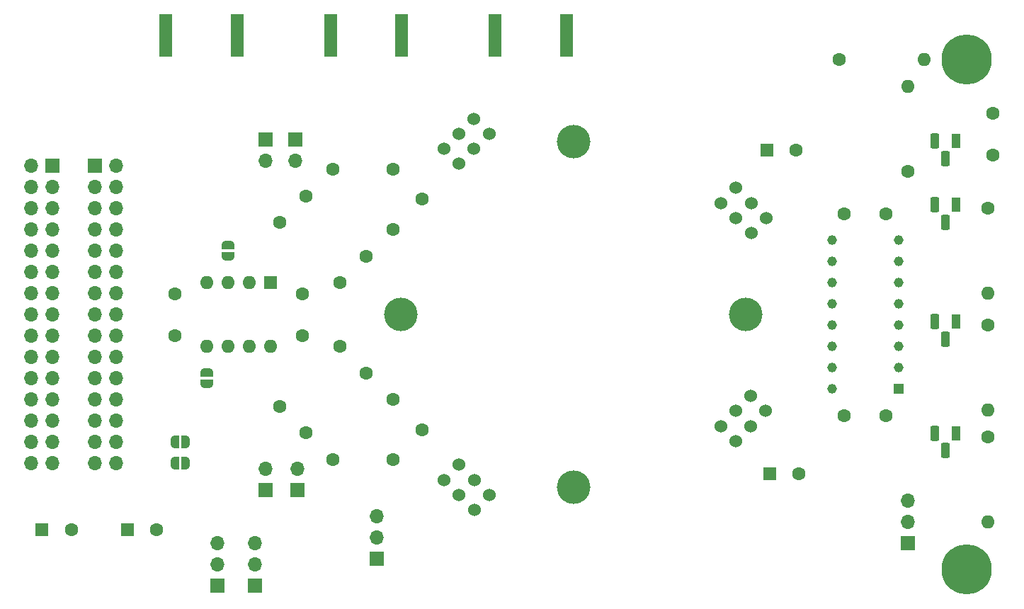
<source format=gts>
G04 #@! TF.GenerationSoftware,KiCad,Pcbnew,7.0.6*
G04 #@! TF.CreationDate,2023-10-13T18:31:12+03:00*
G04 #@! TF.ProjectId,colorimeter-2,636f6c6f-7269-46d6-9574-65722d322e6b,rev?*
G04 #@! TF.SameCoordinates,Original*
G04 #@! TF.FileFunction,Soldermask,Top*
G04 #@! TF.FilePolarity,Negative*
%FSLAX46Y46*%
G04 Gerber Fmt 4.6, Leading zero omitted, Abs format (unit mm)*
G04 Created by KiCad (PCBNEW 7.0.6) date 2023-10-13 18:31:12*
%MOMM*%
%LPD*%
G01*
G04 APERTURE LIST*
G04 Aperture macros list*
%AMRoundRect*
0 Rectangle with rounded corners*
0 $1 Rounding radius*
0 $2 $3 $4 $5 $6 $7 $8 $9 X,Y pos of 4 corners*
0 Add a 4 corners polygon primitive as box body*
4,1,4,$2,$3,$4,$5,$6,$7,$8,$9,$2,$3,0*
0 Add four circle primitives for the rounded corners*
1,1,$1+$1,$2,$3*
1,1,$1+$1,$4,$5*
1,1,$1+$1,$6,$7*
1,1,$1+$1,$8,$9*
0 Add four rect primitives between the rounded corners*
20,1,$1+$1,$2,$3,$4,$5,0*
20,1,$1+$1,$4,$5,$6,$7,0*
20,1,$1+$1,$6,$7,$8,$9,0*
20,1,$1+$1,$8,$9,$2,$3,0*%
%AMHorizOval*
0 Thick line with rounded ends*
0 $1 width*
0 $2 $3 position (X,Y) of the first rounded end (center of the circle)*
0 $4 $5 position (X,Y) of the second rounded end (center of the circle)*
0 Add line between two ends*
20,1,$1,$2,$3,$4,$5,0*
0 Add two circle primitives to create the rounded ends*
1,1,$1,$2,$3*
1,1,$1,$4,$5*%
%AMFreePoly0*
4,1,19,0.500000,-0.750000,0.000000,-0.750000,0.000000,-0.744911,-0.071157,-0.744911,-0.207708,-0.704816,-0.327430,-0.627875,-0.420627,-0.520320,-0.479746,-0.390866,-0.500000,-0.250000,-0.500000,0.250000,-0.479746,0.390866,-0.420627,0.520320,-0.327430,0.627875,-0.207708,0.704816,-0.071157,0.744911,0.000000,0.744911,0.000000,0.750000,0.500000,0.750000,0.500000,-0.750000,0.500000,-0.750000,
$1*%
%AMFreePoly1*
4,1,19,0.000000,0.744911,0.071157,0.744911,0.207708,0.704816,0.327430,0.627875,0.420627,0.520320,0.479746,0.390866,0.500000,0.250000,0.500000,-0.250000,0.479746,-0.390866,0.420627,-0.520320,0.327430,-0.627875,0.207708,-0.704816,0.071157,-0.744911,0.000000,-0.744911,0.000000,-0.750000,-0.500000,-0.750000,-0.500000,0.750000,0.000000,0.750000,0.000000,0.744911,0.000000,0.744911,
$1*%
G04 Aperture macros list end*
%ADD10R,1.600000X1.600000*%
%ADD11C,1.600000*%
%ADD12O,1.600000X1.600000*%
%ADD13HorizOval,1.600000X0.000000X0.000000X0.000000X0.000000X0*%
%ADD14R,1.700000X1.700000*%
%ADD15O,1.700000X1.700000*%
%ADD16C,1.524000*%
%ADD17C,6.000000*%
%ADD18R,1.160000X1.160000*%
%ADD19C,1.160000*%
%ADD20R,1.100000X1.800000*%
%ADD21RoundRect,0.275000X0.275000X0.625000X-0.275000X0.625000X-0.275000X-0.625000X0.275000X-0.625000X0*%
%ADD22FreePoly0,180.000000*%
%ADD23FreePoly1,180.000000*%
%ADD24C,4.000000*%
%ADD25HorizOval,1.600000X0.000000X0.000000X0.000000X0.000000X0*%
%ADD26FreePoly0,90.000000*%
%ADD27FreePoly1,90.000000*%
%ADD28FreePoly0,270.000000*%
%ADD29FreePoly1,270.000000*%
%ADD30R,1.500000X5.080000*%
G04 APERTURE END LIST*
D10*
X45766974Y-108321974D03*
D11*
X49266974Y-108321974D03*
D10*
X62855000Y-78750000D03*
D12*
X60315000Y-78750000D03*
X57775000Y-78750000D03*
X55235000Y-78750000D03*
X55235000Y-86370000D03*
X57775000Y-86370000D03*
X60315000Y-86370000D03*
X62855000Y-86370000D03*
D11*
X149225000Y-63500000D03*
X149225000Y-58500000D03*
X63935795Y-71555795D03*
D13*
X71120000Y-78740000D03*
D14*
X65840795Y-61595000D03*
D15*
X65840795Y-64135000D03*
D11*
X70285795Y-65205795D03*
D13*
X77470000Y-72390000D03*
D10*
X122172349Y-62865000D03*
D11*
X125672349Y-62865000D03*
D14*
X36825000Y-64775000D03*
D15*
X34285000Y-64775000D03*
X36825000Y-67315000D03*
X34285000Y-67315000D03*
X36825000Y-69855000D03*
X34285000Y-69855000D03*
X36825000Y-72395000D03*
X34285000Y-72395000D03*
X36825000Y-74935000D03*
X34285000Y-74935000D03*
X36825000Y-77475000D03*
X34285000Y-77475000D03*
X36825000Y-80015000D03*
X34285000Y-80015000D03*
X36825000Y-82555000D03*
X34285000Y-82555000D03*
X36825000Y-85095000D03*
X34285000Y-85095000D03*
X36825000Y-87635000D03*
X34285000Y-87635000D03*
X36825000Y-90175000D03*
X34285000Y-90175000D03*
X36825000Y-92715000D03*
X34285000Y-92715000D03*
X36825000Y-95255000D03*
X34285000Y-95255000D03*
X36825000Y-97795000D03*
X34285000Y-97795000D03*
X36825000Y-100335000D03*
X34285000Y-100335000D03*
D11*
X136471680Y-70485000D03*
X131471680Y-70485000D03*
X67110795Y-68380795D03*
D13*
X74295000Y-75565000D03*
D14*
X66040000Y-103505000D03*
D15*
X66040000Y-100965000D03*
D11*
X51435000Y-85050000D03*
X51435000Y-80050000D03*
D16*
X85417946Y-100521929D03*
X83621895Y-102317980D03*
X87213997Y-102317980D03*
X85417946Y-104114031D03*
X89010048Y-104114031D03*
X87213997Y-105910082D03*
D14*
X41905000Y-64775000D03*
D15*
X44445000Y-64775000D03*
X41905000Y-67315000D03*
X44445000Y-67315000D03*
X41905000Y-69855000D03*
X44445000Y-69855000D03*
X41905000Y-72395000D03*
X44445000Y-72395000D03*
X41905000Y-74935000D03*
X44445000Y-74935000D03*
X41905000Y-77475000D03*
X44445000Y-77475000D03*
X41905000Y-80015000D03*
X44445000Y-80015000D03*
X41905000Y-82555000D03*
X44445000Y-82555000D03*
X41905000Y-85095000D03*
X44445000Y-85095000D03*
X41905000Y-87635000D03*
X44445000Y-87635000D03*
X41905000Y-90175000D03*
X44445000Y-90175000D03*
X41905000Y-92715000D03*
X44445000Y-92715000D03*
X41905000Y-95255000D03*
X44445000Y-95255000D03*
X41905000Y-97795000D03*
X44445000Y-97795000D03*
X41905000Y-100335000D03*
X44445000Y-100335000D03*
D17*
X146050000Y-52070000D03*
D18*
X137941680Y-91440000D03*
D19*
X137941680Y-88900000D03*
X137941680Y-86360000D03*
X137941680Y-83820000D03*
X137941680Y-81280000D03*
X137941680Y-78740000D03*
X137941680Y-76200000D03*
X137941680Y-73660000D03*
X130001680Y-73660000D03*
X130001680Y-76200000D03*
X130001680Y-78740000D03*
X130001680Y-81280000D03*
X130001680Y-83820000D03*
X130001680Y-86360000D03*
X130001680Y-88900000D03*
X130001680Y-91440000D03*
D11*
X148590000Y-83820000D03*
D12*
X148590000Y-93980000D03*
D20*
X144780000Y-96755000D03*
D21*
X143510000Y-98825000D03*
X142240000Y-96755000D03*
D22*
X52705000Y-97790000D03*
D23*
X51405000Y-97790000D03*
D16*
X122118533Y-71011052D03*
X120322482Y-72807103D03*
X118526430Y-71011052D03*
X116730379Y-69215000D03*
X120322482Y-69215000D03*
X118526430Y-67418949D03*
D24*
X99060000Y-103197518D03*
X78412482Y-82550000D03*
X99060000Y-61902482D03*
X119707518Y-82550000D03*
D22*
X52720000Y-100330000D03*
D23*
X51420000Y-100330000D03*
D11*
X139065000Y-65405001D03*
D12*
X139065000Y-55245001D03*
D11*
X130810000Y-52070000D03*
D12*
X140970000Y-52070000D03*
D14*
X60960000Y-114934999D03*
D15*
X60960000Y-112394999D03*
X60960000Y-109854999D03*
D20*
X144780000Y-83420000D03*
D21*
X143510000Y-85490000D03*
X142240000Y-83420000D03*
D11*
X77470000Y-99894205D03*
X81005534Y-96358671D03*
D16*
X88989584Y-60960000D03*
X87193533Y-59163949D03*
X87193533Y-62756051D03*
X85397482Y-60960000D03*
X85397482Y-64552102D03*
X83601431Y-62756051D03*
D11*
X70285795Y-99894205D03*
D25*
X77470000Y-92710000D03*
D20*
X144780000Y-69450000D03*
D21*
X143510000Y-71520000D03*
X142240000Y-69450000D03*
D11*
X67110795Y-96719205D03*
D25*
X74295000Y-89535000D03*
D20*
X144780000Y-61830000D03*
D21*
X143510000Y-63900000D03*
X142240000Y-61830000D03*
D26*
X57785000Y-75580000D03*
D27*
X57785000Y-74280000D03*
D14*
X75565000Y-111760000D03*
D15*
X75565000Y-109220000D03*
X75565000Y-106680000D03*
D11*
X63935795Y-93544205D03*
D25*
X71120000Y-86360000D03*
D16*
X118490022Y-97677615D03*
X116693971Y-95881564D03*
X118490022Y-94085512D03*
X120286074Y-92289461D03*
X120286074Y-95881564D03*
X122082125Y-94085512D03*
D14*
X62230000Y-103505000D03*
D15*
X62230000Y-100965000D03*
D10*
X35549323Y-108321974D03*
D11*
X39049323Y-108321974D03*
X66675000Y-85050000D03*
X66675000Y-80050000D03*
X148590000Y-69850001D03*
D12*
X148590000Y-80010001D03*
D28*
X55245000Y-89520000D03*
D29*
X55245000Y-90820000D03*
D11*
X148590000Y-97155000D03*
D12*
X148590000Y-107315000D03*
D14*
X62230000Y-61595000D03*
D15*
X62230000Y-64135000D03*
D11*
X77470000Y-65205795D03*
X81005534Y-68741329D03*
D10*
X122555000Y-101600000D03*
D11*
X126055000Y-101600000D03*
D14*
X56515000Y-114935000D03*
D15*
X56515000Y-112395000D03*
X56515000Y-109855000D03*
D14*
X139065000Y-109855000D03*
D15*
X139065000Y-107315000D03*
X139065000Y-104775000D03*
D17*
X146050000Y-113030000D03*
D11*
X131471680Y-94614999D03*
X136471680Y-94614999D03*
D30*
X50360000Y-49177500D03*
X58860000Y-49177500D03*
X89730000Y-49177500D03*
X98230000Y-49177500D03*
X70045000Y-49177500D03*
X78545000Y-49177500D03*
M02*

</source>
